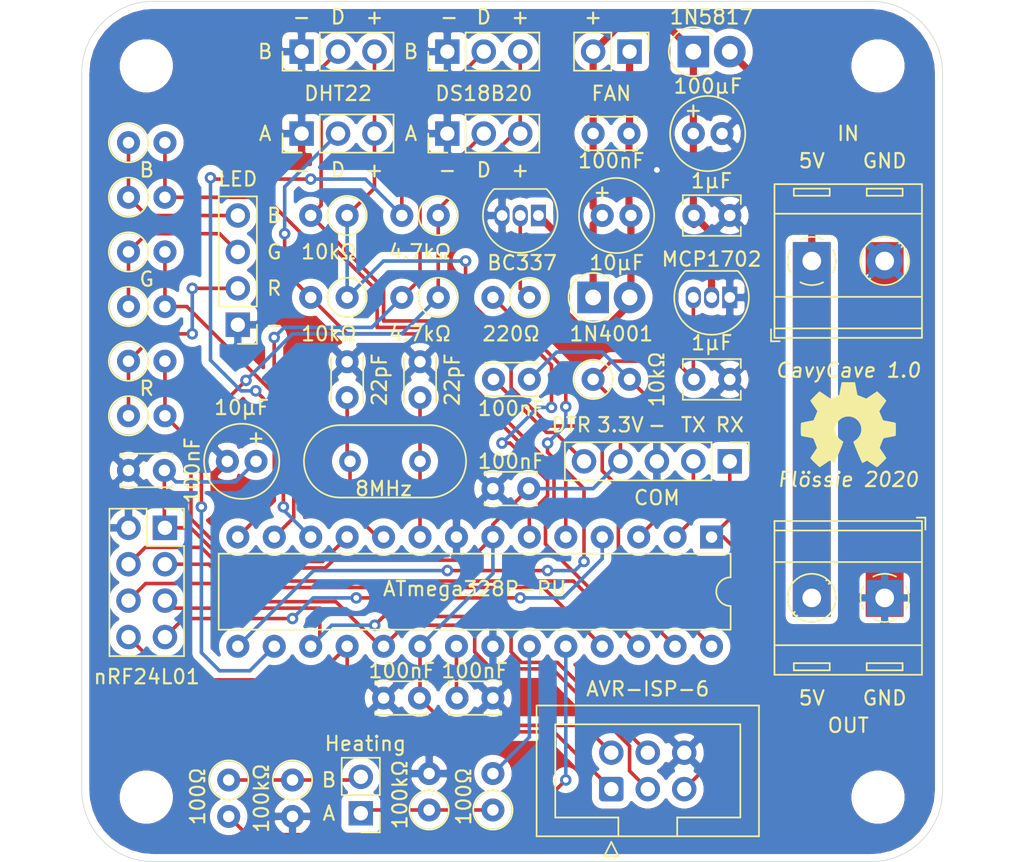
<source format=kicad_pcb>
(kicad_pcb (version 20171130) (host pcbnew 5.1.8+dfsg1-1)
  (layers (0 F.Cu signal) (31 B.Cu signal) (34 B.Paste user) (35 F.Paste user) (36 B.SilkS user) (37 F.SilkS user) (38 B.Mask user) (39 F.Mask user) (44 Edge.Cuts user))
  (net 0 "")
  (net 1 +3V3)
  (net 2 GND)
  (net 3 /5V)
  (net 4 "Net-(C5-Pad2)")
  (net 5 "Net-(C8-Pad1)")
  (net 6 "Net-(C9-Pad1)")
  (net 7 "Net-(C10-Pad2)")
  (net 8 /RST)
  (net 9 "Net-(C13-Pad2)")
  (net 10 "Net-(J4-Pad4)")
  (net 11 "Net-(J4-Pad3)")
  (net 12 "Net-(J4-Pad2)")
  (net 13 "Net-(J5-Pad2)")
  (net 14 "Net-(J5-Pad1)")
  (net 15 /TX)
  (net 16 /RX)
  (net 17 /DHT_PWR)
  (net 18 /DHT_A)
  (net 19 /DHT_B)
  (net 20 /MISO)
  (net 21 /IRQ)
  (net 22 /SCK)
  (net 23 /MOSI)
  (net 24 /CE)
  (net 25 /CSN)
  (net 26 /DS_PWR)
  (net 27 /DS_A)
  (net 28 /DS_B)
  (net 29 "Net-(Q1-Pad2)")
  (net 30 /FAN)
  (net 31 /R)
  (net 32 /G)
  (net 33 /B)
  (net 34 /HEAT_A)
  (net 35 /HEAT_B)
  (net 36 "Net-(D1-Pad2)")
  (module Symbol:OSHW-Symbol_6.7x6mm_SilkScreen (layer F.Cu) (at 176.53 100.965)
    (fp_text reference REF** hide)
    (fp_text value OSHW-Symbol_6.7x6mm_SilkScreen hide)
  )
  (module Connector_PinHeader_2.54mm:PinHeader_1x04_P2.54mm_Vertical (layer F.Cu) (at 133.985 93.98 180)
    (fp_text reference J4 hide)
    (fp_text value LED (at 0 10.16) (layer F.SilkS))
    (fp_text user R (at -2.54 2.54) (layer F.SilkS))
    (fp_text user G (at -2.54 5.08) (layer F.SilkS))
    (fp_text user B (at -2.54 7.62) (layer F.SilkS))
    (fp_text user - (at -2.54 0) (layer F.SilkS))
    (pad 4 thru_hole oval (at 0 7.62 180) (size 1.7 1.7) (drill 1) (layers *.Cu *.Mask) (net 10 "Net-(J4-Pad4)"))
    (pad 3 thru_hole oval (at 0 5.08 180) (size 1.7 1.7) (drill 1) (layers *.Cu *.Mask) (net 11 "Net-(J4-Pad3)"))
    (pad 2 thru_hole oval (at 0 2.54 180) (size 1.7 1.7) (drill 1) (layers *.Cu *.Mask) (net 12 "Net-(J4-Pad2)"))
    (pad 1 thru_hole rect (at 0 0 180) (size 1.7 1.7) (drill 1) (layers *.Cu *.Mask) (net 2 GND))
  )
  (module MountingHole:MountingHole_2.7mm_M2.5 (layer F.Cu) (at 127.605 75.925)
    (fp_text reference REF** hide)
    (fp_text value MountingHole_2.7mm_M2.5)
    (pad 1 np_thru_hole circle (at 0 0) (size 2.7 2.7) (drill 2.7) (layers *.Cu *.Mask))
  )
  (module MountingHole:MountingHole_2.7mm_M2.5 (layer F.Cu) (at 178.605 126.925)
    (fp_text reference REF** hide)
    (fp_text value MountingHole_2.7mm_M2.5)
    (pad 1 np_thru_hole circle (at 0 0) (size 2.7 2.7) (drill 2.7) (layers *.Cu *.Mask))
  )
  (module MountingHole:MountingHole_2.7mm_M2.5 (layer F.Cu) (at 127.605 126.925)
    (fp_text reference REF** hide)
    (fp_text value MountingHole_2.7mm_M2.5)
    (pad 1 np_thru_hole circle (at 0 0) (size 2.7 2.7) (drill 2.7) (layers *.Cu *.Mask))
  )
  (module MountingHole:MountingHole_2.7mm_M2.5 (layer F.Cu) (at 178.605 75.925)
    (fp_text reference REF** hide)
    (fp_text value MountingHole_2.7mm_M2.5)
    (pad 1 np_thru_hole circle (at 0 0) (size 2.7 2.7) (drill 2.7) (layers *.Cu *.Mask))
  )
  (module Crystal:Crystal_HC49-U_Vertical (layer F.Cu) (at 146.685 103.505 180)
    (fp_text reference Y1 hide)
    (fp_text value 8MHz (at 2.54 -1.905) (layer F.SilkS))
    (pad 2 thru_hole circle (at 4.88 0 180) (size 1.5 1.5) (drill 0.8) (layers *.Cu *.Mask) (net 5 "Net-(C8-Pad1)"))
    (pad 1 thru_hole circle (at 0 0 180) (size 1.5 1.5) (drill 0.8) (layers *.Cu *.Mask) (net 6 "Net-(C9-Pad1)"))
  )
  (module Package_DIP:DIP-28_W7.62mm (layer F.Cu) (at 167.005 108.7855 270)
    (fp_text reference U2 hide)
    (fp_text value ATmega328P-PU (at 3.6095 16.51 180) (layer F.SilkS))
    (pad 28 thru_hole oval (at 7.62 0 270) (size 1.6 1.6) (drill 0.8) (layers *.Cu *.Mask) (net 19 /DHT_B))
    (pad 14 thru_hole oval (at 0 33.02 270) (size 1.6 1.6) (drill 0.8) (layers *.Cu *.Mask) (net 28 /DS_B))
    (pad 27 thru_hole oval (at 7.62 2.54 270) (size 1.6 1.6) (drill 0.8) (layers *.Cu *.Mask) (net 18 /DHT_A))
    (pad 13 thru_hole oval (at 0 30.48 270) (size 1.6 1.6) (drill 0.8) (layers *.Cu *.Mask) (net 27 /DS_A))
    (pad 26 thru_hole oval (at 7.62 5.08 270) (size 1.6 1.6) (drill 0.8) (layers *.Cu *.Mask) (net 24 /CE))
    (pad 12 thru_hole oval (at 0 27.94 270) (size 1.6 1.6) (drill 0.8) (layers *.Cu *.Mask) (net 32 /G))
    (pad 25 thru_hole oval (at 7.62 7.62 270) (size 1.6 1.6) (drill 0.8) (layers *.Cu *.Mask) (net 25 /CSN))
    (pad 11 thru_hole oval (at 0 25.4 270) (size 1.6 1.6) (drill 0.8) (layers *.Cu *.Mask) (net 31 /R))
    (pad 24 thru_hole oval (at 7.62 10.16 270) (size 1.6 1.6) (drill 0.8) (layers *.Cu *.Mask) (net 35 /HEAT_B))
    (pad 10 thru_hole oval (at 0 22.86 270) (size 1.6 1.6) (drill 0.8) (layers *.Cu *.Mask) (net 5 "Net-(C8-Pad1)"))
    (pad 23 thru_hole oval (at 7.62 12.7 270) (size 1.6 1.6) (drill 0.8) (layers *.Cu *.Mask) (net 34 /HEAT_A))
    (pad 9 thru_hole oval (at 0 20.32 270) (size 1.6 1.6) (drill 0.8) (layers *.Cu *.Mask) (net 6 "Net-(C9-Pad1)"))
    (pad 22 thru_hole oval (at 7.62 15.24 270) (size 1.6 1.6) (drill 0.8) (layers *.Cu *.Mask) (net 2 GND))
    (pad 8 thru_hole oval (at 0 17.78 270) (size 1.6 1.6) (drill 0.8) (layers *.Cu *.Mask) (net 2 GND))
    (pad 21 thru_hole oval (at 7.62 17.78 270) (size 1.6 1.6) (drill 0.8) (layers *.Cu *.Mask) (net 9 "Net-(C13-Pad2)"))
    (pad 7 thru_hole oval (at 0 15.24 270) (size 1.6 1.6) (drill 0.8) (layers *.Cu *.Mask) (net 1 +3V3))
    (pad 20 thru_hole oval (at 7.62 20.32 270) (size 1.6 1.6) (drill 0.8) (layers *.Cu *.Mask) (net 1 +3V3))
    (pad 6 thru_hole oval (at 0 12.7 270) (size 1.6 1.6) (drill 0.8) (layers *.Cu *.Mask) (net 17 /DHT_PWR))
    (pad 19 thru_hole oval (at 7.62 22.86 270) (size 1.6 1.6) (drill 0.8) (layers *.Cu *.Mask) (net 22 /SCK))
    (pad 5 thru_hole oval (at 0 10.16 270) (size 1.6 1.6) (drill 0.8) (layers *.Cu *.Mask) (net 33 /B))
    (pad 18 thru_hole oval (at 7.62 25.4 270) (size 1.6 1.6) (drill 0.8) (layers *.Cu *.Mask) (net 20 /MISO))
    (pad 4 thru_hole oval (at 0 7.62 270) (size 1.6 1.6) (drill 0.8) (layers *.Cu *.Mask) (net 21 /IRQ))
    (pad 17 thru_hole oval (at 7.62 27.94 270) (size 1.6 1.6) (drill 0.8) (layers *.Cu *.Mask) (net 23 /MOSI))
    (pad 3 thru_hole oval (at 0 5.08 270) (size 1.6 1.6) (drill 0.8) (layers *.Cu *.Mask) (net 15 /TX))
    (pad 16 thru_hole oval (at 7.62 30.48 270) (size 1.6 1.6) (drill 0.8) (layers *.Cu *.Mask) (net 26 /DS_PWR))
    (pad 2 thru_hole oval (at 0 2.54 270) (size 1.6 1.6) (drill 0.8) (layers *.Cu *.Mask) (net 16 /RX))
    (pad 15 thru_hole oval (at 7.62 33.02 270) (size 1.6 1.6) (drill 0.8) (layers *.Cu *.Mask) (net 30 /FAN))
    (pad 1 thru_hole rect (at 0 0 270) (size 1.6 1.6) (drill 0.8) (layers *.Cu *.Mask) (net 8 /RST))
  )
  (module Package_TO_SOT_THT:TO-92_Inline (layer F.Cu) (at 168.275 92.075 180)
    (fp_text reference U1 hide)
    (fp_text value MCP1700-3302 hide)
    (fp_text user MCP1702 (at 1.27 2.667 180) (layer F.SilkS))
    (pad 1 thru_hole rect (at 0 0 180) (size 1.05 1.5) (drill 0.75) (layers *.Cu *.Mask) (net 2 GND))
    (pad 3 thru_hole oval (at 2.54 0 180) (size 1.05 1.5) (drill 0.75) (layers *.Cu *.Mask) (net 1 +3V3))
    (pad 2 thru_hole oval (at 1.27 0 180) (size 1.05 1.5) (drill 0.75) (layers *.Cu *.Mask) (net 3 /5V))
  )
  (module Resistor_THT:R_Axial_DIN0207_L6.3mm_D2.5mm_P2.54mm_Vertical (layer F.Cu) (at 147.955 86.36 180)
    (fp_text reference R16 hide)
    (fp_text value 4.7kΩ (at 1.27 -2.54) (layer F.SilkS))
    (pad 2 thru_hole oval (at 2.54 0 180) (size 1.6 1.6) (drill 0.8) (layers *.Cu *.Mask) (net 28 /DS_B))
    (pad 1 thru_hole circle (at 0 0 180) (size 1.6 1.6) (drill 0.8) (layers *.Cu *.Mask) (net 26 /DS_PWR))
  )
  (module Resistor_THT:R_Axial_DIN0207_L6.3mm_D2.5mm_P2.54mm_Vertical (layer F.Cu) (at 147.955 92.075 180)
    (fp_text reference R15 hide)
    (fp_text value 4.7kΩ (at 1.27 -2.54) (layer F.SilkS))
    (pad 2 thru_hole oval (at 2.54 0 180) (size 1.6 1.6) (drill 0.8) (layers *.Cu *.Mask) (net 27 /DS_A))
    (pad 1 thru_hole circle (at 0 0 180) (size 1.6 1.6) (drill 0.8) (layers *.Cu *.Mask) (net 26 /DS_PWR))
  )
  (module Resistor_THT:R_Axial_DIN0207_L6.3mm_D2.5mm_P2.54mm_Vertical (layer F.Cu) (at 141.605 86.36 180)
    (fp_text reference R14 hide)
    (fp_text value 10kΩ (at 1.27 -2.54) (layer F.SilkS))
    (pad 2 thru_hole oval (at 2.54 0 180) (size 1.6 1.6) (drill 0.8) (layers *.Cu *.Mask) (net 19 /DHT_B))
    (pad 1 thru_hole circle (at 0 0 180) (size 1.6 1.6) (drill 0.8) (layers *.Cu *.Mask) (net 17 /DHT_PWR))
  )
  (module Resistor_THT:R_Axial_DIN0207_L6.3mm_D2.5mm_P2.54mm_Vertical (layer F.Cu) (at 141.605 92.075 180)
    (fp_text reference R13 hide)
    (fp_text value 10kΩ (at 1.27 -2.54) (layer F.SilkS))
    (pad 2 thru_hole oval (at 2.54 0 180) (size 1.6 1.6) (drill 0.8) (layers *.Cu *.Mask) (net 18 /DHT_A))
    (pad 1 thru_hole circle (at 0 0 180) (size 1.6 1.6) (drill 0.8) (layers *.Cu *.Mask) (net 17 /DHT_PWR))
  )
  (module Resistor_THT:R_Axial_DIN0207_L6.3mm_D2.5mm_P2.54mm_Vertical (layer F.Cu) (at 137.795 125.73 270)
    (fp_text reference R12 hide)
    (fp_text value 100kΩ (at 1.27 2.159 90) (layer F.SilkS))
    (pad 2 thru_hole oval (at 2.54 0 270) (size 1.6 1.6) (drill 0.8) (layers *.Cu *.Mask) (net 2 GND))
    (pad 1 thru_hole circle (at 0 0 270) (size 1.6 1.6) (drill 0.8) (layers *.Cu *.Mask) (net 13 "Net-(J5-Pad2)"))
  )
  (module Resistor_THT:R_Axial_DIN0207_L6.3mm_D2.5mm_P2.54mm_Vertical (layer F.Cu) (at 133.35 125.73 270)
    (fp_text reference R11 hide)
    (fp_text value 100Ω (at 1.143 2.159 90) (layer F.SilkS))
    (pad 2 thru_hole oval (at 2.54 0 270) (size 1.6 1.6) (drill 0.8) (layers *.Cu *.Mask) (net 35 /HEAT_B))
    (pad 1 thru_hole circle (at 0 0 270) (size 1.6 1.6) (drill 0.8) (layers *.Cu *.Mask) (net 13 "Net-(J5-Pad2)"))
  )
  (module Resistor_THT:R_Axial_DIN0207_L6.3mm_D2.5mm_P2.54mm_Vertical (layer F.Cu) (at 147.32 127.82 90)
    (fp_text reference R10 hide)
    (fp_text value 100kΩ (at 1.074 -2.032 90) (layer F.SilkS))
    (pad 2 thru_hole oval (at 2.54 0 90) (size 1.6 1.6) (drill 0.8) (layers *.Cu *.Mask) (net 2 GND))
    (pad 1 thru_hole circle (at 0 0 90) (size 1.6 1.6) (drill 0.8) (layers *.Cu *.Mask) (net 14 "Net-(J5-Pad1)"))
  )
  (module Resistor_THT:R_Axial_DIN0207_L6.3mm_D2.5mm_P2.54mm_Vertical (layer F.Cu) (at 151.765 127.82 90)
    (fp_text reference R9 hide)
    (fp_text value 100Ω (at 0.947 -2.032 90) (layer F.SilkS))
    (pad 2 thru_hole oval (at 2.54 0 90) (size 1.6 1.6) (drill 0.8) (layers *.Cu *.Mask) (net 34 /HEAT_A))
    (pad 1 thru_hole circle (at 0 0 90) (size 1.6 1.6) (drill 0.8) (layers *.Cu *.Mask) (net 14 "Net-(J5-Pad1)"))
  )
  (module Resistor_THT:R_Axial_DIN0207_L6.3mm_D2.5mm_P2.54mm_Vertical (layer F.Cu) (at 126.365 81.28)
    (fp_text reference R8 hide)
    (fp_text value R)
    (pad 2 thru_hole oval (at 2.54 0) (size 1.6 1.6) (drill 0.8) (layers *.Cu *.Mask) (net 33 /B))
    (pad 1 thru_hole circle (at 0 0) (size 1.6 1.6) (drill 0.8) (layers *.Cu *.Mask) (net 10 "Net-(J4-Pad4)"))
  )
  (module Resistor_THT:R_Axial_DIN0207_L6.3mm_D2.5mm_P2.54mm_Vertical (layer F.Cu) (at 126.365 85.09)
    (fp_text reference B (at 1.27 -1.905) (layer F.SilkS))
    (fp_text value R)
    (pad 2 thru_hole oval (at 2.54 0) (size 1.6 1.6) (drill 0.8) (layers *.Cu *.Mask) (net 33 /B))
    (pad 1 thru_hole circle (at 0 0) (size 1.6 1.6) (drill 0.8) (layers *.Cu *.Mask) (net 10 "Net-(J4-Pad4)"))
  )
  (module Resistor_THT:R_Axial_DIN0207_L6.3mm_D2.5mm_P2.54mm_Vertical (layer F.Cu) (at 126.365 88.9)
    (fp_text reference R6 hide)
    (fp_text value R)
    (pad 2 thru_hole oval (at 2.54 0) (size 1.6 1.6) (drill 0.8) (layers *.Cu *.Mask) (net 32 /G))
    (pad 1 thru_hole circle (at 0 0) (size 1.6 1.6) (drill 0.8) (layers *.Cu *.Mask) (net 11 "Net-(J4-Pad3)"))
  )
  (module Resistor_THT:R_Axial_DIN0207_L6.3mm_D2.5mm_P2.54mm_Vertical (layer F.Cu) (at 126.365 92.71)
    (fp_text reference G (at 1.27 -1.905) (layer F.SilkS))
    (fp_text value R)
    (pad 2 thru_hole oval (at 2.54 0) (size 1.6 1.6) (drill 0.8) (layers *.Cu *.Mask) (net 32 /G))
    (pad 1 thru_hole circle (at 0 0) (size 1.6 1.6) (drill 0.8) (layers *.Cu *.Mask) (net 11 "Net-(J4-Pad3)"))
  )
  (module Resistor_THT:R_Axial_DIN0207_L6.3mm_D2.5mm_P2.54mm_Vertical (layer F.Cu) (at 126.365 96.52)
    (fp_text reference R4 hide)
    (fp_text value R)
    (pad 2 thru_hole oval (at 2.54 0) (size 1.6 1.6) (drill 0.8) (layers *.Cu *.Mask) (net 31 /R))
    (pad 1 thru_hole circle (at 0 0) (size 1.6 1.6) (drill 0.8) (layers *.Cu *.Mask) (net 12 "Net-(J4-Pad2)"))
  )
  (module Resistor_THT:R_Axial_DIN0207_L6.3mm_D2.5mm_P2.54mm_Vertical (layer F.Cu) (at 126.365 100.33)
    (fp_text reference R (at 1.27 -1.905 -180) (layer F.SilkS))
    (fp_text value R)
    (pad 2 thru_hole oval (at 2.54 0) (size 1.6 1.6) (drill 0.8) (layers *.Cu *.Mask) (net 31 /R))
    (pad 1 thru_hole circle (at 0 0) (size 1.6 1.6) (drill 0.8) (layers *.Cu *.Mask) (net 12 "Net-(J4-Pad2)"))
  )
  (module Resistor_THT:R_Axial_DIN0207_L6.3mm_D2.5mm_P2.54mm_Vertical (layer F.Cu) (at 158.75 97.79)
    (fp_text reference R2 hide)
    (fp_text value 10kΩ (at 4.445 0 90) (layer F.SilkS))
    (pad 2 thru_hole oval (at 2.54 0) (size 1.6 1.6) (drill 0.8) (layers *.Cu *.Mask) (net 8 /RST))
    (pad 1 thru_hole circle (at 0 0) (size 1.6 1.6) (drill 0.8) (layers *.Cu *.Mask) (net 1 +3V3))
  )
  (module Resistor_THT:R_Axial_DIN0207_L6.3mm_D2.5mm_P2.54mm_Vertical (layer F.Cu) (at 154.305 92.075 180)
    (fp_text reference R1 hide)
    (fp_text value 220Ω (at 1.27 -2.54) (layer F.SilkS))
    (pad 2 thru_hole oval (at 2.54 0 180) (size 1.6 1.6) (drill 0.8) (layers *.Cu *.Mask) (net 30 /FAN))
    (pad 1 thru_hole circle (at 0 0 180) (size 1.6 1.6) (drill 0.8) (layers *.Cu *.Mask) (net 29 "Net-(Q1-Pad2)"))
  )
  (module Package_TO_SOT_THT:TO-92_Inline (layer F.Cu) (at 154.94 86.36 180)
    (fp_text reference Q1 hide)
    (fp_text value BC337 (at 1.143 -3.302) (layer F.SilkS))
    (pad 1 thru_hole rect (at 0 0 180) (size 1.05 1.5) (drill 0.75) (layers *.Cu *.Mask) (net 4 "Net-(C5-Pad2)"))
    (pad 3 thru_hole oval (at 2.54 0 180) (size 1.05 1.5) (drill 0.75) (layers *.Cu *.Mask) (net 2 GND))
    (pad 2 thru_hole oval (at 1.27 0 180) (size 1.05 1.5) (drill 0.75) (layers *.Cu *.Mask) (net 29 "Net-(Q1-Pad2)"))
  )
  (module Connector_PinHeader_2.54mm:PinHeader_1x03_P2.54mm_Vertical (layer F.Cu) (at 148.59 74.93 90)
    (fp_text reference J12 hide)
    (fp_text value "DS18B20 B" hide)
    (fp_text user - (at 2.413 0.127 180) (layer F.SilkS))
    (fp_text user D (at 2.413 2.54 180) (layer F.SilkS))
    (fp_text user + (at 2.413 5.08 180) (layer F.SilkS))
    (fp_text user B (at 0 -2.54 180) (layer F.SilkS))
    (fp_text user DS18B20 (at -2.921 2.54 180) (layer F.SilkS))
    (pad 3 thru_hole oval (at 0 5.08 90) (size 1.7 1.7) (drill 1) (layers *.Cu *.Mask) (net 26 /DS_PWR))
    (pad 2 thru_hole oval (at 0 2.54 90) (size 1.7 1.7) (drill 1) (layers *.Cu *.Mask) (net 28 /DS_B))
    (pad 1 thru_hole rect (at 0 0 90) (size 1.7 1.7) (drill 1) (layers *.Cu *.Mask) (net 2 GND))
  )
  (module Connector_PinHeader_2.54mm:PinHeader_1x03_P2.54mm_Vertical (layer F.Cu) (at 148.59 80.645 90)
    (fp_text reference J11 hide)
    (fp_text value "DS18B20 A" hide)
    (fp_text user - (at -2.54 0 180) (layer F.SilkS))
    (fp_text user D (at -2.54 2.54 180) (layer F.SilkS))
    (fp_text user + (at -2.54 5.08 180) (layer F.SilkS))
    (fp_text user A (at 0 -2.54 180) (layer F.SilkS))
    (pad 3 thru_hole oval (at 0 5.08 90) (size 1.7 1.7) (drill 1) (layers *.Cu *.Mask) (net 26 /DS_PWR))
    (pad 2 thru_hole oval (at 0 2.54 90) (size 1.7 1.7) (drill 1) (layers *.Cu *.Mask) (net 27 /DS_A))
    (pad 1 thru_hole rect (at 0 0 90) (size 1.7 1.7) (drill 1) (layers *.Cu *.Mask) (net 2 GND))
  )
  (module Connector_IDC:IDC-Header_2x03_P2.54mm_Vertical (layer F.Cu) (at 160.02 126.365 90)
    (fp_text reference J10 hide)
    (fp_text value AVR-ISP-6 (at 6.985 2.54 180) (layer F.SilkS))
    (pad 6 thru_hole circle (at 2.54 5.08 90) (size 1.7 1.7) (drill 1) (layers *.Cu *.Mask) (net 2 GND))
    (pad 4 thru_hole circle (at 2.54 2.54 90) (size 1.7 1.7) (drill 1) (layers *.Cu *.Mask) (net 23 /MOSI))
    (pad 2 thru_hole circle (at 2.54 0 90) (size 1.7 1.7) (drill 1) (layers *.Cu *.Mask) (net 1 +3V3))
    (pad 5 thru_hole circle (at 0 5.08 90) (size 1.7 1.7) (drill 1) (layers *.Cu *.Mask) (net 8 /RST))
    (pad 3 thru_hole circle (at 0 2.54 90) (size 1.7 1.7) (drill 1) (layers *.Cu *.Mask) (net 22 /SCK))
    (pad 1 thru_hole roundrect (at 0 0 90) (size 1.7 1.7) (drill 1) (layers *.Cu *.Mask) (roundrect_rratio 0.147059) (net 20 /MISO))
  )
  (module Connector_PinSocket_2.54mm:PinSocket_2x04_P2.54mm_Vertical (layer F.Cu) (at 128.905 108.1405)
    (fp_text reference J9 hide)
    (fp_text value nRF24L01 (at -1.27 10.39) (layer F.SilkS))
    (pad 8 thru_hole oval (at -2.54 7.62) (size 1.7 1.7) (drill 1) (layers *.Cu *.Mask) (net 20 /MISO))
    (pad 7 thru_hole oval (at 0 7.62) (size 1.7 1.7) (drill 1) (layers *.Cu *.Mask) (net 21 /IRQ))
    (pad 6 thru_hole oval (at -2.54 5.08) (size 1.7 1.7) (drill 1) (layers *.Cu *.Mask) (net 22 /SCK))
    (pad 5 thru_hole oval (at 0 5.08) (size 1.7 1.7) (drill 1) (layers *.Cu *.Mask) (net 23 /MOSI))
    (pad 4 thru_hole oval (at -2.54 2.54) (size 1.7 1.7) (drill 1) (layers *.Cu *.Mask) (net 24 /CE))
    (pad 3 thru_hole oval (at 0 2.54) (size 1.7 1.7) (drill 1) (layers *.Cu *.Mask) (net 25 /CSN))
    (pad 2 thru_hole oval (at -2.54 0) (size 1.7 1.7) (drill 1) (layers *.Cu *.Mask) (net 2 GND))
    (pad 1 thru_hole rect (at 0 0) (size 1.7 1.7) (drill 1) (layers *.Cu *.Mask) (net 1 +3V3))
  )
  (module Connector_PinHeader_2.54mm:PinHeader_1x03_P2.54mm_Vertical (layer F.Cu) (at 138.43 74.93 90)
    (fp_text reference J8 hide)
    (fp_text value "DHT22 B" hide)
    (fp_text user - (at 2.413 0 180) (layer F.SilkS))
    (fp_text user D (at 2.413 2.54 180) (layer F.SilkS))
    (fp_text user + (at 2.413 5.08 180) (layer F.SilkS))
    (fp_text user B (at 0 -2.54 180) (layer F.SilkS))
    (fp_text user DHT22 (at -2.921 2.54 180) (layer F.SilkS))
    (pad 3 thru_hole oval (at 0 5.08 90) (size 1.7 1.7) (drill 1) (layers *.Cu *.Mask) (net 17 /DHT_PWR))
    (pad 2 thru_hole oval (at 0 2.54 90) (size 1.7 1.7) (drill 1) (layers *.Cu *.Mask) (net 19 /DHT_B))
    (pad 1 thru_hole rect (at 0 0 90) (size 1.7 1.7) (drill 1) (layers *.Cu *.Mask) (net 2 GND))
  )
  (module Connector_PinHeader_2.54mm:PinHeader_1x03_P2.54mm_Vertical (layer F.Cu) (at 138.43 80.645 90)
    (fp_text reference J7 hide)
    (fp_text value "DHT22 A" hide)
    (fp_text user - (at -2.54 0 180) (layer F.SilkS))
    (fp_text user D (at -2.54 2.54 180) (layer F.SilkS))
    (fp_text user + (at -2.54 5.08 180) (layer F.SilkS))
    (fp_text user A (at 0 -2.54 180) (layer F.SilkS))
    (pad 3 thru_hole oval (at 0 5.08 90) (size 1.7 1.7) (drill 1) (layers *.Cu *.Mask) (net 17 /DHT_PWR))
    (pad 2 thru_hole oval (at 0 2.54 90) (size 1.7 1.7) (drill 1) (layers *.Cu *.Mask) (net 18 /DHT_A))
    (pad 1 thru_hole rect (at 0 0 90) (size 1.7 1.7) (drill 1) (layers *.Cu *.Mask) (net 2 GND))
  )
  (module Connector_PinHeader_2.54mm:PinHeader_1x05_P2.54mm_Vertical (layer F.Cu) (at 168.275 103.505 270)
    (fp_text reference J6 hide)
    (fp_text value COM (at 2.54 5.08 180) (layer F.SilkS))
    (fp_text user RX (at -2.54 0 180) (layer F.SilkS))
    (fp_text user TX (at -2.54 2.54 180) (layer F.SilkS))
    (fp_text user - (at -2.54 5.08 180) (layer F.SilkS))
    (fp_text user 3.3V (at -2.54 7.62 180) (layer F.SilkS))
    (fp_text user DTR (at -2.54 11.049 180) (layer F.SilkS))
    (pad 5 thru_hole oval (at 0 10.16 270) (size 1.7 1.7) (drill 1) (layers *.Cu *.Mask) (net 7 "Net-(C10-Pad2)"))
    (pad 4 thru_hole oval (at 0 7.62 270) (size 1.7 1.7) (drill 1) (layers *.Cu *.Mask) (net 1 +3V3))
    (pad 3 thru_hole oval (at 0 5.08 270) (size 1.7 1.7) (drill 1) (layers *.Cu *.Mask) (net 2 GND))
    (pad 2 thru_hole oval (at 0 2.54 270) (size 1.7 1.7) (drill 1) (layers *.Cu *.Mask) (net 15 /TX))
    (pad 1 thru_hole rect (at 0 0 270) (size 1.7 1.7) (drill 1) (layers *.Cu *.Mask) (net 16 /RX))
  )
  (module Connector_PinHeader_2.54mm:PinHeader_1x02_P2.54mm_Vertical (layer F.Cu) (at 142.5575 128.05 180)
    (fp_text reference J5 hide)
    (fp_text value Heating (at -0.3175 4.86) (layer F.SilkS))
    (fp_text user A (at 2.2225 0) (layer F.SilkS))
    (fp_text user B (at 2.2225 2.32) (layer F.SilkS))
    (pad 2 thru_hole oval (at 0 2.54 180) (size 1.7 1.7) (drill 1) (layers *.Cu *.Mask) (net 13 "Net-(J5-Pad2)"))
    (pad 1 thru_hole rect (at 0 0 180) (size 1.7 1.7) (drill 1) (layers *.Cu *.Mask) (net 14 "Net-(J5-Pad1)"))
  )
  (module Connector_PinHeader_2.54mm:PinHeader_1x02_P2.54mm_Vertical (layer F.Cu) (at 161.29 74.93 270)
    (fp_text reference J3 hide)
    (fp_text value FAN (at 2.921 1.27 180) (layer F.SilkS))
    (fp_text user + (at -2.413 2.54) (layer F.SilkS))
    (pad 2 thru_hole oval (at 0 2.54 270) (size 1.7 1.7) (drill 1) (layers *.Cu *.Mask) (net 3 /5V))
    (pad 1 thru_hole rect (at 0 0 270) (size 1.7 1.7) (drill 1) (layers *.Cu *.Mask) (net 4 "Net-(C5-Pad2)"))
  )
  (module TerminalBlock_RND:TerminalBlock_RND_205-00287_1x02_P5.08mm_Horizontal (layer F.Cu) (at 179.07 113.03 180)
    (fp_text reference J2 hide)
    (fp_text value OUT (at 2.54 -8.89) (layer F.SilkS))
    (fp_text user 5V (at 5.08 -6.985 180) (layer F.SilkS))
    (fp_text user GND (at 0 -6.985 180) (layer F.SilkS))
    (pad 2 thru_hole circle (at 5.08 0 180) (size 2.5 2.5) (drill 1.3) (layers *.Cu *.Mask) (net 36 "Net-(D1-Pad2)"))
    (pad 1 thru_hole rect (at 0 0 180) (size 2.5 2.5) (drill 1.3) (layers *.Cu *.Mask) (net 2 GND))
  )
  (module TerminalBlock_RND:TerminalBlock_RND_205-00287_1x02_P5.08mm_Horizontal (layer F.Cu) (at 173.99 89.535)
    (fp_text reference J1 hide)
    (fp_text value IN (at 2.54 -8.89) (layer F.SilkS))
    (fp_text user 5V (at 0 -6.985) (layer F.SilkS))
    (fp_text user GND (at 5.08 -6.985) (layer F.SilkS))
    (pad 2 thru_hole circle (at 5.08 0) (size 2.5 2.5) (drill 1.3) (layers *.Cu *.Mask) (net 2 GND))
    (pad 1 thru_hole rect (at 0 0) (size 2.5 2.5) (drill 1.3) (layers *.Cu *.Mask) (net 36 "Net-(D1-Pad2)"))
  )
  (module Diode_THT:D_DO-41_SOD81_P2.54mm_Vertical_AnodeUp (layer F.Cu) (at 158.75 92.075)
    (fp_text reference D2 hide)
    (fp_text value 1N4001 (at 1.27 2.54) (layer F.SilkS))
    (pad 2 thru_hole oval (at 2.54 0) (size 2.2 2.2) (drill 1.1) (layers *.Cu *.Mask) (net 4 "Net-(C5-Pad2)"))
    (pad 1 thru_hole rect (at 0 0) (size 2.2 2.2) (drill 1.1) (layers *.Cu *.Mask) (net 3 /5V))
  )
  (module Diode_THT:D_DO-41_SOD81_P2.54mm_Vertical_AnodeUp (layer F.Cu) (at 165.735 74.93)
    (fp_text reference D1 hide)
    (fp_text value 1N5817 (at 1.27 -2.413) (layer F.SilkS))
    (pad 2 thru_hole oval (at 2.54 0) (size 2.2 2.2) (drill 1.1) (layers *.Cu *.Mask) (net 36 "Net-(D1-Pad2)"))
    (pad 1 thru_hole rect (at 0 0) (size 2.2 2.2) (drill 1.1) (layers *.Cu *.Mask) (net 3 /5V))
  )
  (module Capacitor_THT:C_Disc_D3.4mm_W2.1mm_P2.50mm (layer F.Cu) (at 151.765 120.015 180)
    (fp_text reference C13 hide)
    (fp_text value 100nF (at 1.27 1.905) (layer F.SilkS))
    (pad 2 thru_hole circle (at 2.5 0 180) (size 1.6 1.6) (drill 0.8) (layers *.Cu *.Mask) (net 9 "Net-(C13-Pad2)"))
    (pad 1 thru_hole circle (at 0 0 180) (size 1.6 1.6) (drill 0.8) (layers *.Cu *.Mask) (net 2 GND))
  )
  (module Capacitor_THT:C_Disc_D3.4mm_W2.1mm_P2.50mm (layer F.Cu) (at 126.365 104.14)
    (fp_text reference C12 hide)
    (fp_text value 100nF (at 4.445 0 90) (layer F.SilkS))
    (pad 2 thru_hole circle (at 2.5 0) (size 1.6 1.6) (drill 0.8) (layers *.Cu *.Mask) (net 1 +3V3))
    (pad 1 thru_hole circle (at 0 0) (size 1.6 1.6) (drill 0.8) (layers *.Cu *.Mask) (net 2 GND))
  )
  (module Capacitor_THT:C_Radial_D5.0mm_H11.0mm_P2.00mm (layer F.Cu) (at 135.255 103.505 180)
    (fp_text reference C11 hide)
    (fp_text value 10µF (at 1 3.75) (layer F.SilkS))
    (fp_text user + (at 0 1.651 180) (layer F.SilkS))
    (pad 1 thru_hole circle (at 0 0 180) (size 1.6 1.6) (drill 0.8) (layers *.Cu *.Mask) (net 1 +3V3))
    (pad 2 thru_hole circle (at 2 0 180) (size 1.6 1.6) (drill 0.8) (layers *.Cu *.Mask) (net 2 GND))
  )
  (module Capacitor_THT:C_Disc_D3.4mm_W2.1mm_P2.50mm (layer F.Cu) (at 154.305 97.79 180)
    (fp_text reference C10 hide)
    (fp_text value 100nF (at 1.27 -2.032) (layer F.SilkS))
    (pad 2 thru_hole circle (at 2.5 0 180) (size 1.6 1.6) (drill 0.8) (layers *.Cu *.Mask) (net 7 "Net-(C10-Pad2)"))
    (pad 1 thru_hole circle (at 0 0 180) (size 1.6 1.6) (drill 0.8) (layers *.Cu *.Mask) (net 8 /RST))
  )
  (module Capacitor_THT:C_Disc_D3.0mm_W2.0mm_P2.50mm (layer F.Cu) (at 146.685 99.06 90)
    (fp_text reference C9 hide)
    (fp_text value 22pF (at 1.25 2.25 90) (layer F.SilkS))
    (pad 2 thru_hole circle (at 2.5 0 90) (size 1.6 1.6) (drill 0.8) (layers *.Cu *.Mask) (net 2 GND))
    (pad 1 thru_hole circle (at 0 0 90) (size 1.6 1.6) (drill 0.8) (layers *.Cu *.Mask) (net 6 "Net-(C9-Pad1)"))
  )
  (module Capacitor_THT:C_Disc_D3.0mm_W2.0mm_P2.50mm (layer F.Cu) (at 141.605 99.06 90)
    (fp_text reference C8 hide)
    (fp_text value 22pF (at 1.25 2.25 90) (layer F.SilkS))
    (pad 2 thru_hole circle (at 2.5 0 90) (size 1.6 1.6) (drill 0.8) (layers *.Cu *.Mask) (net 2 GND))
    (pad 1 thru_hole circle (at 0 0 90) (size 1.6 1.6) (drill 0.8) (layers *.Cu *.Mask) (net 5 "Net-(C8-Pad1)"))
  )
  (module Capacitor_THT:C_Disc_D3.4mm_W2.1mm_P2.50mm (layer F.Cu) (at 158.75 80.645)
    (fp_text reference C7 hide)
    (fp_text value 100nF (at 1.27 1.905) (layer F.SilkS))
    (pad 2 thru_hole circle (at 2.5 0) (size 1.6 1.6) (drill 0.8) (layers *.Cu *.Mask) (net 4 "Net-(C5-Pad2)"))
    (pad 1 thru_hole circle (at 0 0) (size 1.6 1.6) (drill 0.8) (layers *.Cu *.Mask) (net 3 /5V))
  )
  (module Capacitor_THT:C_Disc_D3.4mm_W2.1mm_P2.50mm (layer F.Cu) (at 151.765 105.41)
    (fp_text reference C6 hide)
    (fp_text value 100nF (at 1.27 -1.905) (layer F.SilkS))
    (pad 2 thru_hole circle (at 2.5 0) (size 1.6 1.6) (drill 0.8) (layers *.Cu *.Mask) (net 1 +3V3))
    (pad 1 thru_hole circle (at 0 0) (size 1.6 1.6) (drill 0.8) (layers *.Cu *.Mask) (net 2 GND))
  )
  (module Capacitor_THT:C_Radial_D5.0mm_H11.0mm_P2.00mm (layer F.Cu) (at 159.385 86.36)
    (fp_text reference C5 hide)
    (fp_text value 10µF (at 1.016 3.302) (layer F.SilkS))
    (fp_text user + (at 0 -1.651) (layer F.SilkS))
    (pad 2 thru_hole circle (at 2 0) (size 1.6 1.6) (drill 0.8) (layers *.Cu *.Mask) (net 4 "Net-(C5-Pad2)"))
    (pad 1 thru_hole circle (at 0 0) (size 1.6 1.6) (drill 0.8) (layers *.Cu *.Mask) (net 3 /5V))
  )
  (module Capacitor_THT:C_Disc_D3.4mm_W2.1mm_P2.50mm (layer F.Cu) (at 144.145 120.015)
    (fp_text reference C4 hide)
    (fp_text value 100nF (at 1.27 -1.905) (layer F.SilkS))
    (pad 2 thru_hole circle (at 2.5 0) (size 1.6 1.6) (drill 0.8) (layers *.Cu *.Mask) (net 1 +3V3))
    (pad 1 thru_hole circle (at 0 0) (size 1.6 1.6) (drill 0.8) (layers *.Cu *.Mask) (net 2 GND))
  )
  (module Capacitor_THT:C_Radial_D5.0mm_H11.0mm_P2.00mm (layer F.Cu) (at 165.735 80.645)
    (fp_text reference C3 hide)
    (fp_text value 100µF (at 1.016 -3.302) (layer F.SilkS))
    (fp_text user + (at 0 -1.651) (layer F.SilkS))
    (pad 2 thru_hole circle (at 2 0) (size 1.6 1.6) (drill 0.8) (layers *.Cu *.Mask) (net 2 GND))
    (pad 1 thru_hole circle (at 0 0) (size 1.6 1.6) (drill 0.8) (layers *.Cu *.Mask) (net 3 /5V))
  )
  (module Capacitor_THT:C_Disc_D3.8mm_W2.6mm_P2.50mm (layer F.Cu) (at 168.275 86.36 180)
    (fp_text reference C2 hide)
    (fp_text value 1µF (at 1.27 2.413) (layer F.SilkS))
    (pad 2 thru_hole circle (at 2.5 0 180) (size 1.6 1.6) (drill 0.8) (layers *.Cu *.Mask) (net 3 /5V))
    (pad 1 thru_hole circle (at 0 0 180) (size 1.6 1.6) (drill 0.8) (layers *.Cu *.Mask) (net 2 GND))
  )
  (module Capacitor_THT:C_Disc_D3.8mm_W2.6mm_P2.50mm (layer F.Cu) (at 168.275 97.79 180)
    (fp_text reference C1 hide)
    (fp_text value 1µF (at 1.25 2.55) (layer F.SilkS))
    (pad 2 thru_hole circle (at 2.5 0 180) (size 1.6 1.6) (drill 0.8) (layers *.Cu *.Mask) (net 1 +3V3))
    (pad 1 thru_hole circle (at 0 0 180) (size 1.6 1.6) (drill 0.8) (layers *.Cu *.Mask) (net 2 GND))
  )
  (gr_text "Flössie 2020" (at 176.53 104.775) (layer F.SilkS) (effects (font (size 1 1) (thickness 0.15) italic)))
  (gr_text "CavyCave 1.0" (at 176.53 97.155) (layer F.SilkS) (effects (font (size 1 1) (thickness 0.15) italic)))
  (gr_poly (pts (xy 175.26 114.3) (xy 172.72 114.3) (xy 172.72 88.265) (xy 175.26 88.265)) (layer F.Cu) (width 0.1))
  (gr_poly (pts (xy 175.26 114.3) (xy 172.72 114.3) (xy 172.72 88.265) (xy 175.26 88.265)) (layer B.Cu) (width 0.1))
  (gr_poly (pts (xy 180.34 114.3) (xy 177.8 114.3) (xy 177.8 88.265) (xy 180.34 88.265)) (layer F.Cu) (width 0.1))
  (gr_arc (start 128.105 76.425) (end 128.105 71.425) (angle -90) (layer Edge.Cuts) (width 0.05))
  (gr_arc (start 178.105 76.425) (end 183.105 76.425) (angle -90) (layer Edge.Cuts) (width 0.05))
  (gr_arc (start 178.105 126.425) (end 178.105 131.425) (angle -90) (layer Edge.Cuts) (width 0.05))
  (gr_line (start 183.105 76.425) (end 183.105 126.425) (layer Edge.Cuts) (width 0.05))
  (gr_line (start 128.105 71.425) (end 178.105 71.425) (layer Edge.Cuts) (width 0.05))
  (gr_line (start 123.105 126.425) (end 123.105 76.425) (layer Edge.Cuts) (width 0.05))
  (gr_arc (start 128.105 126.425) (end 123.105 126.425) (angle -90) (layer Edge.Cuts) (width 0.05))
  (gr_line (start 128.105 131.425) (end 178.105 131.425) (layer Edge.Cuts) (width 0.05))
  (segment (start 165.735 97.75) (end 165.775 97.79) (width 0.25) (layer F.Cu) (net 1))
  (segment (start 165.735 92.075) (end 165.735 97.75) (width 0.25) (layer F.Cu) (net 1))
  (segment (start 128.865 108.1005) (end 128.905 108.1405) (width 0.25) (layer F.Cu) (net 1))
  (segment (start 128.865 104.14) (end 128.865 108.1005) (width 0.25) (layer F.Cu) (net 1))
  (segment (start 151.765 107.91) (end 151.765 108.7855) (width 0.25) (layer F.Cu) (net 1))
  (segment (start 154.265 105.41) (end 151.765 107.91) (width 0.25) (layer F.Cu) (net 1))
  (segment (start 146.685 119.975) (end 146.645 120.015) (width 0.25) (layer F.Cu) (net 1))
  (segment (start 146.685 116.4055) (end 146.685 119.975) (width 0.25) (layer F.Cu) (net 1))
  (segment (start 158.75 105.41) (end 154.265 105.41) (width 0.25) (layer B.Cu) (net 1))
  (segment (start 160.655 103.505) (end 158.75 105.41) (width 0.25) (layer B.Cu) (net 1))
  (segment (start 151.765 108.7855) (end 151.765 111.3255) (width 0.25) (layer B.Cu) (net 1))
  (segment (start 151.765 111.3255) (end 146.685 116.4055) (width 0.25) (layer B.Cu) (net 1))
  (segment (start 160.02 123.825) (end 158.115 121.92) (width 0.25) (layer F.Cu) (net 1))
  (segment (start 158.115 121.92) (end 148.55 121.92) (width 0.25) (layer F.Cu) (net 1))
  (segment (start 148.55 121.92) (end 146.645 120.015) (width 0.25) (layer F.Cu) (net 1))
  (segment (start 160.02 96.52) (end 158.75 97.79) (width 0.25) (layer F.Cu) (net 1))
  (segment (start 164.505 96.52) (end 160.02 96.52) (width 0.25) (layer F.Cu) (net 1))
  (segment (start 165.775 97.79) (end 164.505 96.52) (width 0.25) (layer F.Cu) (net 1))
  (segment (start 160.655 99.695) (end 160.655 103.505) (width 0.25) (layer F.Cu) (net 1))
  (segment (start 158.75 97.79) (end 160.655 99.695) (width 0.25) (layer F.Cu) (net 1))
  (segment (start 133.500849 110.940011) (end 130.701339 108.1405) (width 0.25) (layer F.Cu) (net 1))
  (segment (start 130.701339 108.1405) (end 128.905 108.1405) (width 0.25) (layer F.Cu) (net 1))
  (segment (start 151.765 108.7855) (end 150.150502 110.399998) (width 0.25) (layer F.Cu) (net 1))
  (segment (start 150.150502 110.399998) (end 140.626912 110.399998) (width 0.25) (layer F.Cu) (net 1))
  (segment (start 140.0869 110.940011) (end 133.500849 110.940011) (width 0.25) (layer F.Cu) (net 1))
  (segment (start 140.626912 110.399998) (end 140.0869 110.940011) (width 0.25) (layer F.Cu) (net 1))
  (segment (start 128.865 104.14) (end 129.664999 104.939999) (width 0.25) (layer B.Cu) (net 1))
  (segment (start 129.664999 104.939999) (end 133.820001 104.939999) (width 0.25) (layer B.Cu) (net 1))
  (segment (start 133.820001 104.939999) (end 135.255 103.505) (width 0.25) (layer B.Cu) (net 1))
  (via (at 163.195 83.185) (size 0.8) (drill 0.4) (layers F.Cu B.Cu) (net 2))
  (segment (start 165.735 74.93) (end 165.735 80.645) (width 0.5) (layer F.Cu) (net 3))
  (segment (start 165.735 86.955) (end 165.775 86.995) (width 0.5) (layer F.Cu) (net 3))
  (segment (start 165.735 80.645) (end 165.735 86.955) (width 0.5) (layer F.Cu) (net 3))
  (segment (start 158.75 74.93) (end 158.75 80.645) (width 0.5) (layer F.Cu) (net 3))
  (segment (start 158.75 85.725) (end 159.385 86.36) (width 0.5) (layer F.Cu) (net 3))
  (segment (start 158.75 80.645) (end 158.75 85.725) (width 0.5) (layer F.Cu) (net 3))
  (segment (start 158.75 86.995) (end 159.385 86.36) (width 0.5) (layer F.Cu) (net 3))
  (segment (start 158.75 92.075) (end 158.75 86.995) (width 0.5) (layer F.Cu) (net 3))
  (segment (start 160.401 73.279) (end 158.75 74.93) (width 0.5) (layer F.Cu) (net 3))
  (segment (start 164.084 73.279) (end 160.401 73.279) (width 0.5) (layer F.Cu) (net 3))
  (segment (start 165.735 74.93) (end 164.084 73.279) (width 0.5) (layer F.Cu) (net 3))
  (segment (start 167.005 87.59) (end 165.775 86.36) (width 0.5) (layer F.Cu) (net 3))
  (segment (start 167.005 92.075) (end 167.005 87.59) (width 0.5) (layer F.Cu) (net 3))
  (segment (start 161.29 80.605) (end 161.25 80.645) (width 0.5) (layer F.Cu) (net 4))
  (segment (start 161.29 74.93) (end 161.29 80.605) (width 0.5) (layer F.Cu) (net 4))
  (segment (start 161.25 86.225) (end 161.385 86.36) (width 0.5) (layer F.Cu) (net 4))
  (segment (start 161.25 80.645) (end 161.25 86.225) (width 0.5) (layer F.Cu) (net 4))
  (segment (start 161.385 91.98) (end 161.29 92.075) (width 0.5) (layer F.Cu) (net 4))
  (segment (start 161.385 86.36) (end 161.385 91.98) (width 0.5) (layer F.Cu) (net 4))
  (segment (start 156.337 87.757) (end 154.94 86.36) (width 0.5) (layer F.Cu) (net 4))
  (segment (start 156.337 92.672002) (end 156.337 87.757) (width 0.5) (layer F.Cu) (net 4))
  (segment (start 157.644998 93.98) (end 156.337 92.672002) (width 0.5) (layer F.Cu) (net 4))
  (segment (start 159.855002 93.98) (end 157.644998 93.98) (width 0.5) (layer F.Cu) (net 4))
  (segment (start 161.29 92.545002) (end 159.855002 93.98) (width 0.5) (layer F.Cu) (net 4))
  (segment (start 161.29 92.075) (end 161.29 92.545002) (width 0.5) (layer F.Cu) (net 4))
  (segment (start 141.605 103.305) (end 141.805 103.505) (width 0.25) (layer F.Cu) (net 5))
  (segment (start 141.605 99.06) (end 141.605 103.305) (width 0.25) (layer F.Cu) (net 5))
  (segment (start 143.7105 108.7855) (end 144.145 108.7855) (width 0.25) (layer F.Cu) (net 5))
  (segment (start 141.805 106.88) (end 143.7105 108.7855) (width 0.25) (layer F.Cu) (net 5))
  (segment (start 141.805 103.505) (end 141.805 106.88) (width 0.25) (layer F.Cu) (net 5))
  (segment (start 146.685 99.06) (end 146.685 103.505) (width 0.25) (layer F.Cu) (net 6))
  (segment (start 146.685 103.505) (end 146.685 108.7855) (width 0.25) (layer F.Cu) (net 6))
  (segment (start 155.507339 101.492339) (end 156.102339 101.492339) (width 0.25) (layer F.Cu) (net 7))
  (segment (start 156.102339 101.492339) (end 158.115 103.505) (width 0.25) (layer F.Cu) (net 7))
  (segment (start 151.805 97.79) (end 155.507339 101.492339) (width 0.25) (layer F.Cu) (net 7))
  (segment (start 156.21 95.885) (end 154.305 97.79) (width 0.25) (layer B.Cu) (net 8))
  (segment (start 159.385 95.885) (end 156.21 95.885) (width 0.25) (layer B.Cu) (net 8))
  (segment (start 161.29 97.79) (end 159.385 95.885) (width 0.25) (layer B.Cu) (net 8))
  (segment (start 168.91 122.555) (end 165.1 126.365) (width 0.25) (layer F.Cu) (net 8))
  (segment (start 168.91 109.855) (end 168.91 122.555) (width 0.25) (layer F.Cu) (net 8))
  (segment (start 167.8405 108.7855) (end 168.91 109.855) (width 0.25) (layer F.Cu) (net 8))
  (segment (start 167.005 108.7855) (end 167.8405 108.7855) (width 0.25) (layer F.Cu) (net 8))
  (segment (start 170.18 105.6105) (end 167.005 108.7855) (width 0.25) (layer F.Cu) (net 8))
  (segment (start 170.18 102.235) (end 170.18 105.6105) (width 0.25) (layer F.Cu) (net 8))
  (segment (start 168.275 100.33) (end 170.18 102.235) (width 0.25) (layer F.Cu) (net 8))
  (segment (start 163.83 100.33) (end 168.275 100.33) (width 0.25) (layer F.Cu) (net 8))
  (segment (start 161.29 97.79) (end 163.83 100.33) (width 0.25) (layer F.Cu) (net 8))
  (segment (start 149.225 119.975) (end 149.265 120.015) (width 0.25) (layer F.Cu) (net 9))
  (segment (start 149.225 116.4055) (end 149.225 119.975) (width 0.25) (layer F.Cu) (net 9))
  (segment (start 126.365 81.28) (end 126.365 85.09) (width 0.25) (layer F.Cu) (net 10))
  (segment (start 127.635 86.36) (end 133.985 86.36) (width 0.25) (layer F.Cu) (net 10))
  (segment (start 126.365 85.09) (end 127.635 86.36) (width 0.25) (layer F.Cu) (net 10))
  (segment (start 126.365 92.71) (end 126.365 88.9) (width 0.25) (layer F.Cu) (net 11))
  (segment (start 132.715 87.63) (end 133.985 88.9) (width 0.25) (layer F.Cu) (net 11))
  (segment (start 127.635 87.63) (end 132.715 87.63) (width 0.25) (layer F.Cu) (net 11))
  (segment (start 126.365 88.9) (end 127.635 87.63) (width 0.25) (layer F.Cu) (net 11))
  (segment (start 126.365 100.33) (end 126.365 96.52) (width 0.25) (layer F.Cu) (net 12))
  (segment (start 126.365 96.52) (end 126.760002 96.52) (width 0.25) (layer F.Cu) (net 12))
  (via (at 130.81 94.615) (size 0.8) (drill 0.4) (layers F.Cu B.Cu) (net 12))
  (segment (start 126.365 96.52) (end 128.27 94.615) (width 0.25) (layer F.Cu) (net 12))
  (segment (start 128.27 94.615) (end 130.81 94.615) (width 0.25) (layer F.Cu) (net 12))
  (via (at 130.81 91.44) (size 0.8) (drill 0.4) (layers F.Cu B.Cu) (net 12))
  (segment (start 133.985 91.44) (end 130.81 91.44) (width 0.25) (layer F.Cu) (net 12))
  (segment (start 130.81 94.615) (end 130.81 91.44) (width 0.25) (layer B.Cu) (net 12))
  (segment (start 133.35 125.73) (end 137.795 125.73) (width 0.25) (layer F.Cu) (net 13))
  (segment (start 142.3375 125.73) (end 142.5575 125.51) (width 0.25) (layer F.Cu) (net 13))
  (segment (start 137.795 125.73) (end 142.3375 125.73) (width 0.25) (layer F.Cu) (net 13))
  (segment (start 151.765 127.82) (end 147.32 127.82) (width 0.25) (layer F.Cu) (net 14))
  (segment (start 142.7875 127.82) (end 142.5575 128.05) (width 0.25) (layer F.Cu) (net 14))
  (segment (start 147.32 127.82) (end 142.7875 127.82) (width 0.25) (layer F.Cu) (net 14))
  (segment (start 165.735 104.9755) (end 161.925 108.7855) (width 0.25) (layer F.Cu) (net 15))
  (segment (start 165.735 103.505) (end 165.735 104.9755) (width 0.25) (layer F.Cu) (net 15))
  (segment (start 168.275 104.9755) (end 164.465 108.7855) (width 0.25) (layer F.Cu) (net 16))
  (segment (start 168.275 103.505) (end 168.275 104.9755) (width 0.25) (layer F.Cu) (net 16))
  (segment (start 143.51 74.93) (end 143.51 80.645) (width 0.25) (layer F.Cu) (net 17))
  (segment (start 143.51 84.455) (end 141.605 86.36) (width 0.25) (layer F.Cu) (net 17))
  (segment (start 143.51 80.645) (end 143.51 84.455) (width 0.25) (layer F.Cu) (net 17))
  (segment (start 141.605 86.36) (end 141.605 92.075) (width 0.25) (layer B.Cu) (net 17))
  (segment (start 155.575 105.905001) (end 155.575 104.844315) (width 0.25) (layer F.Cu) (net 17))
  (segment (start 154.305 107.175001) (end 155.575 105.905001) (width 0.25) (layer F.Cu) (net 17))
  (segment (start 154.305 108.7855) (end 154.305 107.175001) (width 0.25) (layer F.Cu) (net 17))
  (segment (start 152.965685 102.235) (end 152.4 102.235) (width 0.25) (layer F.Cu) (net 17))
  (segment (start 155.575 104.844315) (end 152.965685 102.235) (width 0.25) (layer F.Cu) (net 17))
  (via (at 152.4 102.235) (size 0.8) (drill 0.4) (layers F.Cu B.Cu) (net 17))
  (segment (start 154.892034 99.742966) (end 155.846139 99.742966) (width 0.25) (layer B.Cu) (net 17))
  (via (at 155.846139 99.742966) (size 0.8) (drill 0.4) (layers F.Cu B.Cu) (net 17))
  (segment (start 152.4 102.235) (end 154.892034 99.742966) (width 0.25) (layer B.Cu) (net 17))
  (segment (start 149.86 92.072179) (end 149.86 89.535) (width 0.25) (layer F.Cu) (net 17))
  (segment (start 151.767821 93.98) (end 149.86 92.072179) (width 0.25) (layer F.Cu) (net 17))
  (segment (start 153.035 93.98) (end 151.767821 93.98) (width 0.25) (layer F.Cu) (net 17))
  (segment (start 155.846139 96.791139) (end 153.035 93.98) (width 0.25) (layer F.Cu) (net 17))
  (segment (start 155.846139 99.742966) (end 155.846139 96.791139) (width 0.25) (layer F.Cu) (net 17))
  (segment (start 144.145 89.535) (end 149.86 89.535) (width 0.25) (layer B.Cu) (net 17))
  (segment (start 141.605 92.075) (end 144.145 89.535) (width 0.25) (layer B.Cu) (net 17))
  (via (at 149.86 89.535) (size 0.8) (drill 0.4) (layers F.Cu B.Cu) (net 17))
  (via (at 137.25001 87.63) (size 0.8) (drill 0.4) (layers F.Cu B.Cu) (net 18))
  (segment (start 139.065 92.075) (end 137.25001 90.26001) (width 0.25) (layer F.Cu) (net 18))
  (segment (start 137.25001 90.26001) (end 137.25001 87.63) (width 0.25) (layer F.Cu) (net 18))
  (segment (start 137.25001 84.36499) (end 137.25001 87.63) (width 0.25) (layer B.Cu) (net 18))
  (segment (start 140.97 80.645) (end 137.25001 84.36499) (width 0.25) (layer B.Cu) (net 18))
  (segment (start 141.605 94.615) (end 139.065 92.075) (width 0.25) (layer F.Cu) (net 18))
  (segment (start 149.86 94.615) (end 141.605 94.615) (width 0.25) (layer F.Cu) (net 18))
  (segment (start 149.86 98.427821) (end 149.86 94.615) (width 0.25) (layer F.Cu) (net 18))
  (segment (start 155.430001 109.274091) (end 155.430001 106.68641) (width 0.25) (layer F.Cu) (net 18))
  (segment (start 161.09091 114.935) (end 155.430001 109.274091) (width 0.25) (layer F.Cu) (net 18))
  (segment (start 156.025011 106.091401) (end 156.025011 104.592832) (width 0.25) (layer F.Cu) (net 18))
  (segment (start 164.465 116.4055) (end 162.9945 114.935) (width 0.25) (layer F.Cu) (net 18))
  (segment (start 162.9945 114.935) (end 161.09091 114.935) (width 0.25) (layer F.Cu) (net 18))
  (segment (start 155.430001 106.68641) (end 156.025011 106.091401) (width 0.25) (layer F.Cu) (net 18))
  (segment (start 156.025011 104.592832) (end 149.86 98.427821) (width 0.25) (layer F.Cu) (net 18))
  (segment (start 140.97 74.93) (end 139.790006 76.109994) (width 0.25) (layer F.Cu) (net 19))
  (segment (start 139.790006 76.109994) (end 139.790006 85.634994) (width 0.25) (layer F.Cu) (net 19))
  (segment (start 139.790006 85.634994) (end 139.065 86.36) (width 0.25) (layer F.Cu) (net 19))
  (segment (start 167.005 116.4055) (end 160.510001 109.910501) (width 0.25) (layer F.Cu) (net 19))
  (segment (start 160.510001 109.910501) (end 160.510001 105.289001) (width 0.25) (layer F.Cu) (net 19))
  (segment (start 159.385 102.235) (end 158.192328 101.042328) (width 0.25) (layer F.Cu) (net 19))
  (segment (start 153.035 98.38359) (end 153.035 96.517178) (width 0.25) (layer F.Cu) (net 19))
  (segment (start 144.145 91.44) (end 139.065 86.36) (width 0.25) (layer F.Cu) (net 19))
  (segment (start 155.693738 101.042328) (end 153.035 98.38359) (width 0.25) (layer F.Cu) (net 19))
  (segment (start 153.035 96.517178) (end 150.2328 93.714978) (width 0.25) (layer F.Cu) (net 19))
  (segment (start 158.192328 101.042328) (end 155.693738 101.042328) (width 0.25) (layer F.Cu) (net 19))
  (segment (start 144.145 93.714978) (end 144.145 91.44) (width 0.25) (layer F.Cu) (net 19))
  (segment (start 150.2328 93.714978) (end 144.145 93.714978) (width 0.25) (layer F.Cu) (net 19))
  (segment (start 159.385 104.164) (end 159.385 102.235) (width 0.25) (layer F.Cu) (net 19))
  (segment (start 160.510001 105.289001) (end 159.385 104.164) (width 0.25) (layer F.Cu) (net 19))
  (segment (start 141.605 119.577501) (end 141.605 116.4055) (width 0.25) (layer F.Cu) (net 20))
  (segment (start 144.39751 122.370011) (end 141.605 119.577501) (width 0.25) (layer F.Cu) (net 20))
  (segment (start 156.025011 122.370011) (end 144.39751 122.370011) (width 0.25) (layer F.Cu) (net 20))
  (segment (start 160.02 126.365) (end 156.025011 122.370011) (width 0.25) (layer F.Cu) (net 20))
  (segment (start 139.2655 118.745) (end 141.605 116.4055) (width 0.25) (layer F.Cu) (net 20))
  (segment (start 129.3495 118.745) (end 139.2655 118.745) (width 0.25) (layer F.Cu) (net 20))
  (segment (start 126.365 115.7605) (end 129.3495 118.745) (width 0.25) (layer F.Cu) (net 20))
  (segment (start 159.385 110.293004) (end 156.648004 113.03) (width 0.25) (layer B.Cu) (net 21))
  (segment (start 159.385 108.7855) (end 159.385 110.293004) (width 0.25) (layer B.Cu) (net 21))
  (segment (start 156.648004 113.03) (end 153.67 113.03) (width 0.25) (layer B.Cu) (net 21))
  (via (at 153.67 113.03) (size 0.8) (drill 0.4) (layers F.Cu B.Cu) (net 21))
  (via (at 142.24 113.03) (size 0.8) (drill 0.4) (layers F.Cu B.Cu) (net 21))
  (segment (start 153.67 113.03) (end 142.24 113.03) (width 0.25) (layer F.Cu) (net 21))
  (via (at 137.795 114.470043) (size 0.8) (drill 0.4) (layers F.Cu B.Cu) (net 21))
  (segment (start 128.905 115.7605) (end 130.195457 114.470043) (width 0.25) (layer F.Cu) (net 21))
  (segment (start 130.195457 114.470043) (end 137.795 114.470043) (width 0.25) (layer F.Cu) (net 21))
  (segment (start 142.24 113.03) (end 139.235043 113.03) (width 0.25) (layer B.Cu) (net 21))
  (segment (start 139.235043 113.03) (end 137.795 114.470043) (width 0.25) (layer B.Cu) (net 21))
  (segment (start 145.6155 114.935) (end 144.145 116.4055) (width 0.25) (layer F.Cu) (net 22))
  (segment (start 149.957251 114.935) (end 145.6155 114.935) (width 0.25) (layer F.Cu) (net 22))
  (segment (start 150.495 115.472749) (end 149.957251 114.935) (width 0.25) (layer F.Cu) (net 22))
  (segment (start 151.67501 117.980512) (end 150.495 116.800502) (width 0.25) (layer F.Cu) (net 22))
  (segment (start 155.914514 117.980512) (end 151.67501 117.980512) (width 0.25) (layer F.Cu) (net 22))
  (segment (start 150.495 116.800502) (end 150.495 115.472749) (width 0.25) (layer F.Cu) (net 22))
  (segment (start 161.29 123.355998) (end 155.914514 117.980512) (width 0.25) (layer F.Cu) (net 22))
  (segment (start 161.29 125.095) (end 161.29 123.355998) (width 0.25) (layer F.Cu) (net 22))
  (segment (start 162.56 126.365) (end 161.29 125.095) (width 0.25) (layer F.Cu) (net 22))
  (segment (start 126.365 113.2205) (end 127.560478 112.025022) (width 0.25) (layer F.Cu) (net 22))
  (segment (start 140.818343 113.295022) (end 143.928821 116.4055) (width 0.25) (layer F.Cu) (net 22))
  (segment (start 127.560478 112.025022) (end 132.676628 112.025022) (width 0.25) (layer F.Cu) (net 22))
  (segment (start 133.946628 113.295022) (end 140.818343 113.295022) (width 0.25) (layer F.Cu) (net 22))
  (segment (start 132.676628 112.025022) (end 133.946628 113.295022) (width 0.25) (layer F.Cu) (net 22))
  (segment (start 143.928821 116.4055) (end 144.145 116.4055) (width 0.25) (layer F.Cu) (net 22))
  (segment (start 139.7 115.7705) (end 139.065 116.4055) (width 0.25) (layer F.Cu) (net 23))
  (segment (start 139.7 113.745033) (end 139.7 115.7705) (width 0.25) (layer F.Cu) (net 23))
  (segment (start 129.429533 113.745033) (end 139.7 113.745033) (width 0.25) (layer F.Cu) (net 23))
  (segment (start 128.905 113.2205) (end 129.429533 113.745033) (width 0.25) (layer F.Cu) (net 23))
  (segment (start 140.5355 114.935) (end 143.531325 114.935) (width 0.25) (layer B.Cu) (net 23))
  (segment (start 139.065 116.4055) (end 140.5355 114.935) (width 0.25) (layer B.Cu) (net 23))
  (segment (start 151.886766 114.324515) (end 144.14181 114.324515) (width 0.25) (layer F.Cu) (net 23))
  (segment (start 162.56 123.825) (end 156.265501 117.530501) (width 0.25) (layer F.Cu) (net 23))
  (via (at 143.531325 114.935) (size 0.8) (drill 0.4) (layers F.Cu B.Cu) (net 23))
  (segment (start 153.035 115.472749) (end 151.886766 114.324515) (width 0.25) (layer F.Cu) (net 23))
  (segment (start 144.14181 114.324515) (end 143.531325 114.935) (width 0.25) (layer F.Cu) (net 23))
  (segment (start 153.035 116.800502) (end 153.035 115.472749) (width 0.25) (layer F.Cu) (net 23))
  (segment (start 153.764999 117.530501) (end 153.035 116.800502) (width 0.25) (layer F.Cu) (net 23))
  (segment (start 156.265501 117.530501) (end 153.764999 117.530501) (width 0.25) (layer F.Cu) (net 23))
  (segment (start 144.044403 111.854988) (end 157.374488 111.854988) (width 0.25) (layer F.Cu) (net 24))
  (segment (start 157.374488 111.854988) (end 161.925 116.4055) (width 0.25) (layer F.Cu) (net 24))
  (segment (start 133.77941 111.854981) (end 144.050019 111.854981) (width 0.25) (layer F.Cu) (net 24))
  (segment (start 131.429928 109.505499) (end 133.77941 111.854981) (width 0.25) (layer F.Cu) (net 24))
  (segment (start 127.540001 109.505499) (end 131.429928 109.505499) (width 0.25) (layer F.Cu) (net 24))
  (segment (start 126.365 110.6805) (end 127.540001 109.505499) (width 0.25) (layer F.Cu) (net 24))
  (segment (start 128.905 110.6805) (end 131.968519 110.6805) (width 0.25) (layer F.Cu) (net 25))
  (segment (start 131.968519 110.6805) (end 133.593018 112.304999) (width 0.25) (layer F.Cu) (net 25))
  (segment (start 133.593018 112.304999) (end 155.284499 112.304999) (width 0.25) (layer F.Cu) (net 25))
  (segment (start 155.284499 112.304999) (end 159.385 116.4055) (width 0.25) (layer F.Cu) (net 25))
  (segment (start 147.955 86.36) (end 147.955 92.075) (width 0.25) (layer F.Cu) (net 26))
  (segment (start 153.67 74.93) (end 153.67 80.645) (width 0.25) (layer F.Cu) (net 26))
  (segment (start 153.67 80.645) (end 153.231996 80.645) (width 0.25) (layer F.Cu) (net 26))
  (segment (start 153.231996 80.645) (end 147.955 85.921996) (width 0.25) (layer F.Cu) (net 26))
  (segment (start 147.955 85.921996) (end 147.955 86.36) (width 0.25) (layer F.Cu) (net 26))
  (via (at 134.552346 97.857668) (size 0.8) (drill 0.4) (layers F.Cu B.Cu) (net 26))
  (segment (start 137.795014 94.615) (end 134.552346 97.857668) (width 0.25) (layer B.Cu) (net 26))
  (segment (start 145.415 94.615) (end 137.795014 94.615) (width 0.25) (layer B.Cu) (net 26))
  (segment (start 147.955 92.075) (end 145.415 94.615) (width 0.25) (layer B.Cu) (net 26))
  (segment (start 131.445 100.965014) (end 131.445 106.680006) (width 0.25) (layer F.Cu) (net 26))
  (via (at 131.445 106.680006) (size 0.8) (drill 0.4) (layers F.Cu B.Cu) (net 26))
  (segment (start 134.552346 97.857668) (end 131.445 100.965014) (width 0.25) (layer F.Cu) (net 26))
  (segment (start 131.445 116.84) (end 131.445 106.680006) (width 0.25) (layer B.Cu) (net 26))
  (segment (start 132.715 118.11) (end 131.445 116.84) (width 0.25) (layer B.Cu) (net 26))
  (segment (start 134.8205 118.11) (end 132.715 118.11) (width 0.25) (layer B.Cu) (net 26))
  (segment (start 136.525 116.4055) (end 134.8205 118.11) (width 0.25) (layer B.Cu) (net 26))
  (via (at 136.519005 94.86569) (size 0.8) (drill 0.4) (layers F.Cu B.Cu) (net 27))
  (segment (start 145.415 92.075) (end 143.325011 94.164989) (width 0.25) (layer B.Cu) (net 27))
  (segment (start 143.325011 94.164989) (end 137.219706 94.164989) (width 0.25) (layer B.Cu) (net 27))
  (segment (start 137.219706 94.164989) (end 136.519005 94.86569) (width 0.25) (layer B.Cu) (net 27))
  (segment (start 136.519005 97.784005) (end 136.519005 94.86569) (width 0.25) (layer F.Cu) (net 27))
  (segment (start 137.885002 99.150002) (end 136.519005 97.784005) (width 0.25) (layer F.Cu) (net 27))
  (segment (start 137.885002 107.425498) (end 137.885002 99.150002) (width 0.25) (layer F.Cu) (net 27))
  (segment (start 136.525 108.7855) (end 137.885002 107.425498) (width 0.25) (layer F.Cu) (net 27))
  (segment (start 146.685 90.805) (end 145.415 92.075) (width 0.25) (layer F.Cu) (net 27))
  (segment (start 146.685 85.09) (end 146.685 90.805) (width 0.25) (layer F.Cu) (net 27))
  (segment (start 151.13 80.645) (end 146.685 85.09) (width 0.25) (layer F.Cu) (net 27))
  (segment (start 145.415 80.645) (end 145.415 86.36) (width 0.25) (layer F.Cu) (net 28))
  (segment (start 151.13 74.93) (end 145.415 80.645) (width 0.25) (layer F.Cu) (net 28))
  (segment (start 133.985 108.7855) (end 136.525 106.2455) (width 0.25) (layer F.Cu) (net 28))
  (via (at 135.234961 98.588462) (size 0.8) (drill 0.4) (layers F.Cu B.Cu) (net 28))
  (segment (start 136.525 99.878501) (end 135.234961 98.588462) (width 0.25) (layer F.Cu) (net 28))
  (segment (start 136.525 106.2455) (end 136.525 99.878501) (width 0.25) (layer F.Cu) (net 28))
  (segment (start 135.234961 98.549191) (end 135.234961 98.588462) (width 0.25) (layer B.Cu) (net 28))
  (segment (start 135.164992 98.479222) (end 135.234961 98.549191) (width 0.25) (layer B.Cu) (net 28))
  (via (at 139.065 83.820006) (size 0.8) (drill 0.4) (layers F.Cu B.Cu) (net 28))
  (segment (start 142.875006 83.820006) (end 139.065 83.820006) (width 0.25) (layer B.Cu) (net 28))
  (segment (start 145.415 86.36) (end 142.875006 83.820006) (width 0.25) (layer B.Cu) (net 28))
  (via (at 132.08 83.72999) (size 0.8) (drill 0.4) (layers F.Cu B.Cu) (net 28))
  (segment (start 139.065 83.820006) (end 132.170016 83.820006) (width 0.25) (layer F.Cu) (net 28))
  (segment (start 135.234961 98.588462) (end 134.210136 98.588462) (width 0.25) (layer B.Cu) (net 28))
  (segment (start 134.210136 98.588462) (end 132.08 96.458326) (width 0.25) (layer B.Cu) (net 28))
  (segment (start 132.170016 83.820006) (end 132.08 83.72999) (width 0.25) (layer F.Cu) (net 28))
  (segment (start 132.08 96.458326) (end 132.08 83.72999) (width 0.25) (layer B.Cu) (net 28))
  (segment (start 153.67 91.44) (end 154.305 92.075) (width 0.25) (layer F.Cu) (net 29))
  (segment (start 153.67 86.36) (end 153.67 91.44) (width 0.25) (layer F.Cu) (net 29))
  (via (at 158.115 110.49) (size 0.8) (drill 0.4) (layers F.Cu B.Cu) (net 30))
  (via (at 155.575 102.235) (size 0.8) (drill 0.4) (layers F.Cu B.Cu) (net 30))
  (segment (start 155.575 102.87) (end 155.575 102.235) (width 0.25) (layer F.Cu) (net 30))
  (segment (start 158.115 105.41) (end 155.575 102.87) (width 0.25) (layer F.Cu) (net 30))
  (segment (start 158.115 110.49) (end 158.115 105.41) (width 0.25) (layer F.Cu) (net 30))
  (segment (start 133.985 116.4055) (end 139.2655 111.125) (width 0.25) (layer B.Cu) (net 30))
  (segment (start 139.2655 111.125) (end 148.59 111.125) (width 0.25) (layer B.Cu) (net 30))
  (via (at 148.59 111.125) (size 0.8) (drill 0.4) (layers F.Cu B.Cu) (net 30))
  (segment (start 148.59 111.125) (end 155.575 111.125) (width 0.25) (layer F.Cu) (net 30))
  (segment (start 157.48 111.125) (end 155.575 111.125) (width 0.25) (layer B.Cu) (net 30))
  (segment (start 158.115 110.49) (end 157.48 111.125) (width 0.25) (layer B.Cu) (net 30))
  (via (at 155.575 111.125) (size 0.8) (drill 0.4) (layers F.Cu B.Cu) (net 30))
  (segment (start 151.766411 92.075) (end 156.845004 97.153593) (width 0.25) (layer F.Cu) (net 30))
  (segment (start 151.765 92.075) (end 151.766411 92.075) (width 0.25) (layer F.Cu) (net 30))
  (segment (start 156.845004 100.964996) (end 156.845004 99.695) (width 0.25) (layer B.Cu) (net 30))
  (segment (start 155.575 102.235) (end 156.845004 100.964996) (width 0.25) (layer B.Cu) (net 30))
  (via (at 156.845004 99.695) (size 0.8) (drill 0.4) (layers F.Cu B.Cu) (net 30))
  (segment (start 156.845004 97.153593) (end 156.845004 99.695) (width 0.25) (layer F.Cu) (net 30))
  (segment (start 128.905 100.33) (end 128.905 96.52) (width 0.25) (layer F.Cu) (net 31))
  (segment (start 130.719997 107.522748) (end 130.719997 102.144997) (width 0.25) (layer F.Cu) (net 31))
  (segment (start 133.687249 110.49) (end 130.719997 107.522748) (width 0.25) (layer F.Cu) (net 31))
  (segment (start 141.605 108.7855) (end 139.9005 110.49) (width 0.25) (layer F.Cu) (net 31))
  (segment (start 139.9005 110.49) (end 133.687249 110.49) (width 0.25) (layer F.Cu) (net 31))
  (segment (start 130.719997 102.144997) (end 128.905 100.33) (width 0.25) (layer F.Cu) (net 31))
  (segment (start 128.905 92.71) (end 128.905 88.9) (width 0.25) (layer F.Cu) (net 32))
  (via (at 137.16 106.68) (size 0.8) (drill 0.4) (layers F.Cu B.Cu) (net 32))
  (segment (start 137.16 106.8805) (end 137.16 106.68) (width 0.25) (layer B.Cu) (net 32))
  (segment (start 139.065 108.7855) (end 137.16 106.8805) (width 0.25) (layer B.Cu) (net 32))
  (segment (start 130.429998 92.71) (end 128.905 92.71) (width 0.25) (layer F.Cu) (net 32))
  (segment (start 137.16 99.440002) (end 130.429998 92.71) (width 0.25) (layer F.Cu) (net 32))
  (segment (start 137.16 106.68) (end 137.16 99.440002) (width 0.25) (layer F.Cu) (net 32))
  (segment (start 128.905 81.28) (end 128.905 85.09) (width 0.25) (layer F.Cu) (net 33))
  (segment (start 143.694989 94.164989) (end 143.694989 91.626399) (width 0.25) (layer F.Cu) (net 33))
  (segment (start 156.845 104.776411) (end 150.310011 98.241422) (width 0.25) (layer F.Cu) (net 33))
  (segment (start 139.065 88.265) (end 135.89 85.09) (width 0.25) (layer F.Cu) (net 33))
  (segment (start 143.694989 91.626399) (end 140.33359 88.265) (width 0.25) (layer F.Cu) (net 33))
  (segment (start 140.33359 88.265) (end 139.065 88.265) (width 0.25) (layer F.Cu) (net 33))
  (segment (start 150.0464 94.164989) (end 143.694989 94.164989) (width 0.25) (layer F.Cu) (net 33))
  (segment (start 150.310011 94.4286) (end 150.0464 94.164989) (width 0.25) (layer F.Cu) (net 33))
  (segment (start 156.845 108.7855) (end 156.845 104.776411) (width 0.25) (layer F.Cu) (net 33))
  (segment (start 135.89 85.09) (end 128.905 85.09) (width 0.25) (layer F.Cu) (net 33))
  (segment (start 150.310011 98.241422) (end 150.310011 94.4286) (width 0.25) (layer F.Cu) (net 33))
  (segment (start 154.305 122.74) (end 154.305 116.4055) (width 0.25) (layer B.Cu) (net 34))
  (segment (start 151.765 125.28) (end 154.305 122.74) (width 0.25) (layer B.Cu) (net 34))
  (via (at 156.845 125.730004) (size 0.8) (drill 0.4) (layers F.Cu B.Cu) (net 35))
  (segment (start 156.845 116.4055) (end 156.845 125.730004) (width 0.25) (layer B.Cu) (net 35))
  (segment (start 153.035004 129.54) (end 156.845 125.730004) (width 0.25) (layer F.Cu) (net 35))
  (segment (start 134.62 129.54) (end 153.035004 129.54) (width 0.25) (layer F.Cu) (net 35))
  (segment (start 133.35 128.27) (end 134.62 129.54) (width 0.25) (layer F.Cu) (net 35))
  (segment (start 173.99 80.645) (end 168.275 74.93) (width 0.5) (layer F.Cu) (net 36))
  (segment (start 173.99 89.535) (end 173.99 80.645) (width 0.5) (layer F.Cu) (net 36))
  (segment (start 173.99 89.535) (end 173.99 113.03) (width 0.5) (layer F.Cu) (net 36))
  (zone (net 2) (net_name GND) (layer F.Cu) (connect_pads (clearance 0.508)) (min_thickness 0.254) (fill yes (arc_segments 32) (thermal_gap 0.508) (thermal_bridge_width 0.508))
    (polygon (pts (xy 183.105 131.425) (xy 123.105 131.425) (xy 123.105 71.425) (xy 183.105 71.425)))
  )
  (zone (net 2) (net_name GND) (layer B.Cu) (connect_pads (clearance 0.508)) (min_thickness 0.254) (fill yes (arc_segments 32) (thermal_gap 0.508) (thermal_bridge_width 0.508))
    (polygon (pts (xy 183.105 131.425) (xy 123.105 131.425) (xy 123.105 71.425) (xy 183.105 71.425)))
  )
)
</source>
